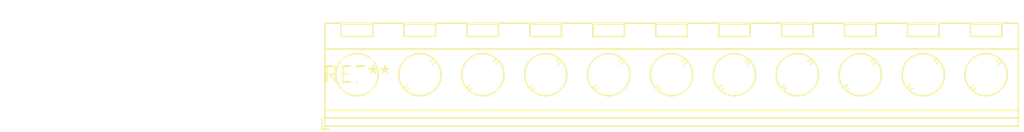
<source format=kicad_pcb>
(kicad_pcb (version 20240108) (generator pcbnew)
  (layers (0 "F.Cu" signal) (31 "B.Cu" signal) (34 "B.Paste" user) (35 "F.Paste" user) (36 "B.SilkS" user "B.Silkscreen") (37 "F.SilkS" user "F.Silkscreen") (38 "B.Mask" user) (39 "F.Mask" user) (44 "Edge.Cuts" user))
  (net 0 "")
  (footprint "TerminalBlock_RND_205-00054_1x11_P5.00mm_Horizontal" (layer "F.Cu") (at 0 0)
    (property "Reference" "REF**")
    (property "Value" "TerminalBlock_RND_205-00054_1x11_P5.00mm_Horizontal")
    (fp_line (start -2.8 3.51) (end -2.8 4.35) (layer "F.SilkS") (stroke (width 0.12)))
    (fp_line (start -2.8 4.35) (end -2.2 4.35) (layer "F.SilkS") (stroke (width 0.12)))
    (fp_line (start -2.56 -4.11) (end -2.56 4.11) (layer "F.SilkS") (stroke (width 0.12)))
    (fp_line (start -2.56 -4.11) (end 52.56 -4.11) (layer "F.SilkS") (stroke (width 0.12)))
    (fp_line (start -2.56 -2.05) (end 52.56 -2.05) (layer "F.SilkS") (stroke (width 0.12)))
    (fp_line (start -2.56 2.85) (end 52.56 2.85) (layer "F.SilkS") (stroke (width 0.12)))
    (fp_line (start -2.56 3.45) (end 52.56 3.45) (layer "F.SilkS") (stroke (width 0.12)))
    (fp_line (start -2.56 4.11) (end 52.56 4.11) (layer "F.SilkS") (stroke (width 0.12)))
    (fp_line (start -1.25 -4.05) (end -1.25 -3.05) (layer "F.SilkS") (stroke (width 0.12)))
    (fp_line (start -1.25 -4.05) (end 1.25 -4.05) (layer "F.SilkS") (stroke (width 0.12)))
    (fp_line (start -1.25 -3.05) (end 1.25 -3.05) (layer "F.SilkS") (stroke (width 0.12)))
    (fp_line (start 1.25 -4.05) (end 1.25 -3.05) (layer "F.SilkS") (stroke (width 0.12)))
    (fp_line (start 3.75 -4.05) (end 3.75 -3.05) (layer "F.SilkS") (stroke (width 0.12)))
    (fp_line (start 3.75 -4.05) (end 6.25 -4.05) (layer "F.SilkS") (stroke (width 0.12)))
    (fp_line (start 3.75 -3.05) (end 6.25 -3.05) (layer "F.SilkS") (stroke (width 0.12)))
    (fp_line (start 3.972 0.823) (end 3.726 1.069) (layer "F.SilkS") (stroke (width 0.12)))
    (fp_line (start 4.13 1.075) (end 3.931 1.274) (layer "F.SilkS") (stroke (width 0.12)))
    (fp_line (start 6.07 -1.275) (end 5.859 -1.064) (layer "F.SilkS") (stroke (width 0.12)))
    (fp_line (start 6.25 -4.05) (end 6.25 -3.05) (layer "F.SilkS") (stroke (width 0.12)))
    (fp_line (start 6.275 -1.069) (end 6.029 -0.823) (layer "F.SilkS") (stroke (width 0.12)))
    (fp_line (start 8.75 -4.05) (end 8.75 -3.05) (layer "F.SilkS") (stroke (width 0.12)))
    (fp_line (start 8.75 -4.05) (end 11.25 -4.05) (layer "F.SilkS") (stroke (width 0.12)))
    (fp_line (start 8.75 -3.05) (end 11.25 -3.05) (layer "F.SilkS") (stroke (width 0.12)))
    (fp_line (start 8.972 0.823) (end 8.726 1.069) (layer "F.SilkS") (stroke (width 0.12)))
    (fp_line (start 9.13 1.075) (end 8.931 1.274) (layer "F.SilkS") (stroke (width 0.12)))
    (fp_line (start 11.07 -1.275) (end 10.859 -1.064) (layer "F.SilkS") (stroke (width 0.12)))
    (fp_line (start 11.25 -4.05) (end 11.25 -3.05) (layer "F.SilkS") (stroke (width 0.12)))
    (fp_line (start 11.275 -1.069) (end 11.029 -0.823) (layer "F.SilkS") (stroke (width 0.12)))
    (fp_line (start 13.75 -4.05) (end 13.75 -3.05) (layer "F.SilkS") (stroke (width 0.12)))
    (fp_line (start 13.75 -4.05) (end 16.25 -4.05) (layer "F.SilkS") (stroke (width 0.12)))
    (fp_line (start 13.75 -3.05) (end 16.25 -3.05) (layer "F.SilkS") (stroke (width 0.12)))
    (fp_line (start 13.972 0.823) (end 13.726 1.069) (layer "F.SilkS") (stroke (width 0.12)))
    (fp_line (start 14.13 1.075) (end 13.931 1.274) (layer "F.SilkS") (stroke (width 0.12)))
    (fp_line (start 16.07 -1.275) (end 15.859 -1.064) (layer "F.SilkS") (stroke (width 0.12)))
    (fp_line (start 16.25 -4.05) (end 16.25 -3.05) (layer "F.SilkS") (stroke (width 0.12)))
    (fp_line (start 16.275 -1.069) (end 16.029 -0.823) (layer "F.SilkS") (stroke (width 0.12)))
    (fp_line (start 18.75 -4.05) (end 18.75 -3.05) (layer "F.SilkS") (stroke (width 0.12)))
    (fp_line (start 18.75 -4.05) (end 21.25 -4.05) (layer "F.SilkS") (stroke (width 0.12)))
    (fp_line (start 18.75 -3.05) (end 21.25 -3.05) (layer "F.SilkS") (stroke (width 0.12)))
    (fp_line (start 18.972 0.823) (end 18.726 1.069) (layer "F.SilkS") (stroke (width 0.12)))
    (fp_line (start 19.13 1.075) (end 18.931 1.274) (layer "F.SilkS") (stroke (width 0.12)))
    (fp_line (start 21.07 -1.275) (end 20.859 -1.064) (layer "F.SilkS") (stroke (width 0.12)))
    (fp_line (start 21.25 -4.05) (end 21.25 -3.05) (layer "F.SilkS") (stroke (width 0.12)))
    (fp_line (start 21.275 -1.069) (end 21.029 -0.823) (layer "F.SilkS") (stroke (width 0.12)))
    (fp_line (start 23.75 -4.05) (end 23.75 -3.05) (layer "F.SilkS") (stroke (width 0.12)))
    (fp_line (start 23.75 -4.05) (end 26.25 -4.05) (layer "F.SilkS") (stroke (width 0.12)))
    (fp_line (start 23.75 -3.05) (end 26.25 -3.05) (layer "F.SilkS") (stroke (width 0.12)))
    (fp_line (start 23.972 0.823) (end 23.726 1.069) (layer "F.SilkS") (stroke (width 0.12)))
    (fp_line (start 24.13 1.075) (end 23.931 1.274) (layer "F.SilkS") (stroke (width 0.12)))
    (fp_line (start 26.07 -1.275) (end 25.859 -1.064) (layer "F.SilkS") (stroke (width 0.12)))
    (fp_line (start 26.25 -4.05) (end 26.25 -3.05) (layer "F.SilkS") (stroke (width 0.12)))
    (fp_line (start 26.275 -1.069) (end 26.029 -0.823) (layer "F.SilkS") (stroke (width 0.12)))
    (fp_line (start 28.75 -4.05) (end 28.75 -3.05) (layer "F.SilkS") (stroke (width 0.12)))
    (fp_line (start 28.75 -4.05) (end 31.25 -4.05) (layer "F.SilkS") (stroke (width 0.12)))
    (fp_line (start 28.75 -3.05) (end 31.25 -3.05) (layer "F.SilkS") (stroke (width 0.12)))
    (fp_line (start 28.972 0.823) (end 28.726 1.069) (layer "F.SilkS") (stroke (width 0.12)))
    (fp_line (start 29.13 1.075) (end 28.931 1.274) (layer "F.SilkS") (stroke (width 0.12)))
    (fp_line (start 31.07 -1.275) (end 30.859 -1.064) (layer "F.SilkS") (stroke (width 0.12)))
    (fp_line (start 31.25 -4.05) (end 31.25 -3.05) (layer "F.SilkS") (stroke (width 0.12)))
    (fp_line (start 31.275 -1.069) (end 31.029 -0.823) (layer "F.SilkS") (stroke (width 0.12)))
    (fp_line (start 33.75 -4.05) (end 33.75 -3.05) (layer "F.SilkS") (stroke (width 0.12)))
    (fp_line (start 33.75 -4.05) (end 36.25 -4.05) (layer "F.SilkS") (stroke (width 0.12)))
    (fp_line (start 33.75 -3.05) (end 36.25 -3.05) (layer "F.SilkS") (stroke (width 0.12)))
    (fp_line (start 33.972 0.823) (end 33.726 1.069) (layer "F.SilkS") (stroke (width 0.12)))
    (fp_line (start 34.13 1.075) (end 33.931 1.274) (layer "F.SilkS") (stroke (width 0.12)))
    (fp_line (start 36.07 -1.275) (end 35.859 -1.064) (layer "F.SilkS") (stroke (width 0.12)))
    (fp_line (start 36.25 -4.05) (end 36.25 -3.05) (layer "F.SilkS") (stroke (width 0.12)))
    (fp_line (start 36.275 -1.069) (end 36.029 -0.823) (layer "F.SilkS") (stroke (width 0.12)))
    (fp_line (start 38.75 -4.05) (end 38.75 -3.05) (layer "F.SilkS") (stroke (width 0.12)))
    (fp_line (start 38.75 -4.05) (end 41.25 -4.05) (layer "F.SilkS") (stroke (width 0.12)))
    (fp_line (start 38.75 -3.05) (end 41.25 -3.05) (layer "F.SilkS") (stroke (width 0.12)))
    (fp_line (start 38.972 0.823) (end 38.726 1.069) (layer "F.SilkS") (stroke (width 0.12)))
    (fp_line (start 39.13 1.075) (end 38.931 1.274) (layer "F.SilkS") (stroke (width 0.12)))
    (fp_line (start 41.07 -1.275) (end 40.859 -1.064) (layer "F.SilkS") (stroke (width 0.12)))
    (fp_line (start 41.25 -4.05) (end 41.25 -3.05) (layer "F.SilkS") (stroke (width 0.12)))
    (fp_line (start 41.275 -1.069) (end 41.029 -0.823) (layer "F.SilkS") (stroke (width 0.12)))
    (fp_line (start 43.75 -4.05) (end 43.75 -3.05) (layer "F.SilkS") (stroke (width 0.12)))
    (fp_line (start 43.75 -4.05) (end 46.25 -4.05) (layer "F.SilkS") (stroke (width 0.12)))
    (fp_line (start 43.75 -3.05) (end 46.25 -3.05) (layer "F.SilkS") (stroke (width 0.12)))
    (fp_line (start 43.972 0.823) (end 43.726 1.069) (layer "F.SilkS") (stroke (width 0.12)))
    (fp_line (start 44.13 1.075) (end 43.931 1.274) (layer "F.SilkS") (stroke (width 0.12)))
    (fp_line (start 46.07 -1.275) (end 45.859 -1.064) (layer "F.SilkS") (stroke (width 0.12)))
    (fp_line (start 46.25 -4.05) (end 46.25 -3.05) (layer "F.SilkS") (stroke (width 0.12)))
    (fp_line (start 46.275 -1.069) (end 46.029 -0.823) (layer "F.SilkS") (stroke (width 0.12)))
    (fp_line (start 48.75 -4.05) (end 48.75 -3.05) (layer "F.SilkS") (stroke (width 0.12)))
    (fp_line (start 48.75 -4.05) (end 51.25 -4.05) (layer "F.SilkS") (stroke (width 0.12)))
    (fp_line (start 48.75 -3.05) (end 51.25 -3.05) (layer "F.SilkS") (stroke (width 0.12)))
    (fp_line (start 48.972 0.823) (end 48.726 1.069) (layer "F.SilkS") (stroke (width 0.12)))
    (fp_line (start 49.13 1.075) (end 48.931 1.274) (layer "F.SilkS") (stroke (width 0.12)))
    (fp_line (start 51.07 -1.275) (end 50.859 -1.064) (layer "F.SilkS") (stroke (width 0.12)))
    (fp_line (start 51.25 -4.05) (end 51.25 -3.05) (layer "F.SilkS") (stroke (width 0.12)))
    (fp_line (start 51.275 -1.069) (end 51.029 -0.823) (layer "F.SilkS") (stroke (width 0.12)))
    (fp_line (start 52.56 -4.11) (end 52.56 4.11) (layer "F.SilkS") (stroke (width 0.12)))
    (fp_arc (start -1.288062 1.079734) (mid -1.680752 -0.000826) (end -1.287 -1.081) (layer "F.SilkS") (stroke (width 0.12)))
    (fp_arc (start -1.079908 -1.287078) (mid 6e-05 -1.68011) (end 1.08 -1.287) (layer "F.SilkS") (stroke (width 0.12)))
    (fp_arc (start 0.028507 1.680511) (mid -0.561826 1.584071) (end -1.081 1.287) (layer "F.SilkS") (stroke (width 0.12)))
    (fp_arc (start 1.079883 1.286955) (mid 0.574594 1.578684) (end 0 1.68) (layer "F.SilkS") (stroke (width 0.12)))
    (fp_arc (start 1.287078 -1.079908) (mid 1.68011 6e-05) (end 1.287 1.08) (layer "F.SilkS") (stroke (width 0.12)))
    (fp_circle (center 5 0) (end 6.68 0) (layer "F.SilkS") (stroke (width 0.12)) (fill none))
    (fp_circle (center 10 0) (end 11.68 0) (layer "F.SilkS") (stroke (width 0.12)) (fill none))
    (fp_circle (center 15 0) (end 16.68 0) (layer "F.SilkS") (stroke (width 0.12)) (fill none))
    (fp_circle (center 20 0) (end 21.68 0) (layer "F.SilkS") (stroke (width 0.12)) (fill none))
    (fp_circle (center 25 0) (end 26.68 0) (layer "F.SilkS") (stroke (width 0.12)) (fill none))
    (fp_circle (center 30 0) (end 31.68 0) (layer "F.SilkS") (stroke (width 0.12)) (fill none))
    (fp_circle (center 35 0) (end 36.68 0) (layer "F.SilkS") (stroke (width 0.12)) (fill none))
    (fp_circle (center 40 0) (end 41.68 0) (layer "F.SilkS") (stroke (width 0.12)) (fill none))
    (fp_circle (center 45 0) (end 46.68 0) (layer "F.SilkS") (stroke (width 0.12)) (fill none))
    (fp_circle (center 50 0) (end 51.68 0) (layer "F.SilkS") (stroke (width 0.12)) (fill none))
    (pad "1" thru_hole rect (at 0 0) (size 2.1 2.1) (drill 1.1) (layers *.Cu *.Mask) (remove_unused_layers))
    (pad "2" thru_hole circle (at 5 0) (size 2.1 2.1) (drill 1.1) (layers *.Cu *.Mask) (remove_unused_layers))
    (pad "3" thru_hole circle (at 10 0) (size 2.1 2.1) (drill 1.1) (layers *.Cu *.Mask) (remove_unused_layers))
    (pad "4" thru_hole circle (at 15 0) (size 2.1 2.1) (drill 1.1) (layers *.Cu *.Mask) (remove_unused_layers))
    (pad "5" thru_hole circle (at 20 0) (size 2.1 2.1) (drill 1.1) (layers *.Cu *.Mask) (remove_unused_layers))
    (pad "6" thru_hole circle (at 25 0) (size 2.1 2.1) (drill 1.1) (layers *.Cu *.Mask) (remove_unused_layers))
    (pad "7" thru_hole circle (at 30 0) (size 2.1 2.1) (drill 1.1) (layers *.Cu *.Mask) (remove_unused_layers))
    (pad "8" thru_hole circle (at 35 0) (size 2.1 2.1) (drill 1.1) (layers *.Cu *.Mask) (remove_unused_layers))
    (pad "9" thru_hole circle (at 40 0) (size 2.1 2.1) (drill 1.1) (layers *.Cu *.Mask) (remove_unused_layers))
    (pad "10" thru_hole circle (at 45 0) (size 2.1 2.1) (drill 1.1) (layers *.Cu *.Mask) (remove_unused_layers))
    (pad "11" thru_hole circle (at 50 0) (size 2.1 2.1) (drill 1.1) (layers *.Cu *.Mask) (remove_unused_layers))
  )
)
</source>
